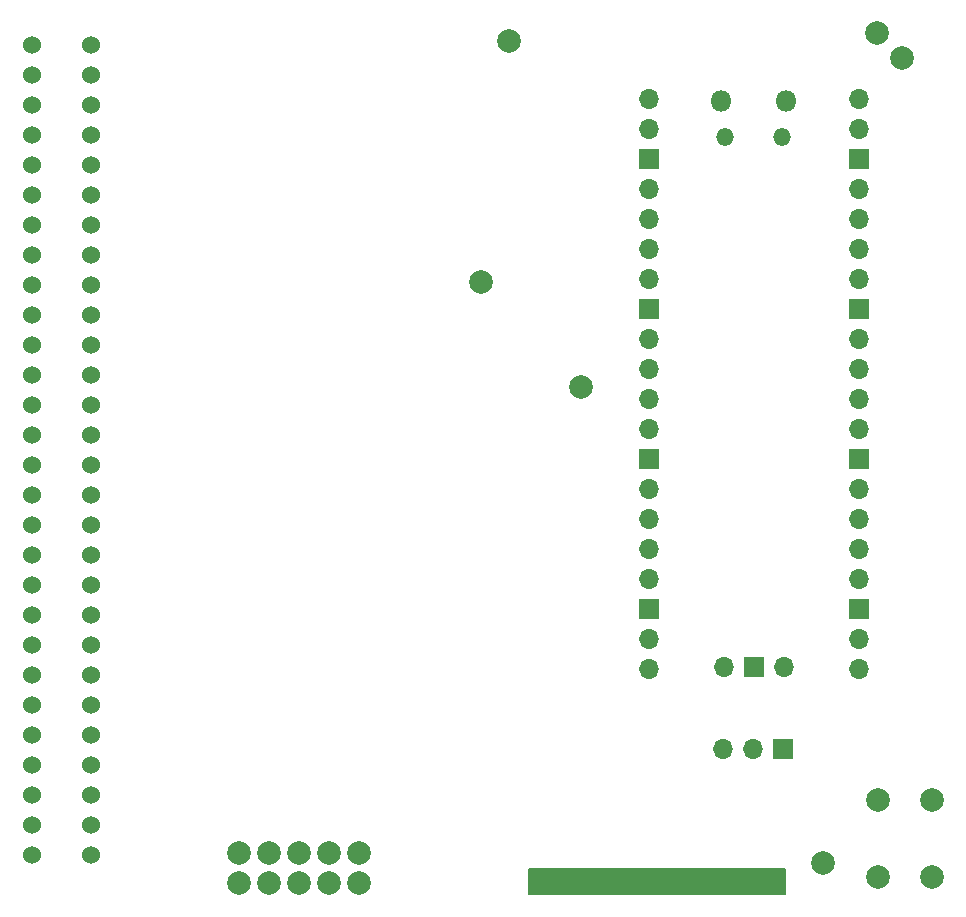
<source format=gbs>
G04 #@! TF.GenerationSoftware,KiCad,Pcbnew,6.0.10-86aedd382b~118~ubuntu20.04.1*
G04 #@! TF.CreationDate,2023-01-30T13:16:45+00:00*
G04 #@! TF.ProjectId,srom,73726f6d-2e6b-4696-9361-645f70636258,rev?*
G04 #@! TF.SameCoordinates,Original*
G04 #@! TF.FileFunction,Soldermask,Bot*
G04 #@! TF.FilePolarity,Negative*
%FSLAX46Y46*%
G04 Gerber Fmt 4.6, Leading zero omitted, Abs format (unit mm)*
G04 Created by KiCad (PCBNEW 6.0.10-86aedd382b~118~ubuntu20.04.1) date 2023-01-30 13:16:45*
%MOMM*%
%LPD*%
G01*
G04 APERTURE LIST*
%ADD10C,0.150000*%
%ADD11C,2.000000*%
%ADD12R,1.700000X1.700000*%
%ADD13O,1.700000X1.700000*%
%ADD14C,1.524000*%
%ADD15O,1.800000X1.800000*%
%ADD16O,1.500000X1.500000*%
G04 APERTURE END LIST*
D10*
X91900000Y-125490000D02*
X70190000Y-125490000D01*
X70190000Y-125490000D02*
X70190000Y-123340000D01*
X70190000Y-123340000D02*
X91900000Y-123340000D01*
X91900000Y-123340000D02*
X91900000Y-125490000D01*
G36*
X91900000Y-125490000D02*
G01*
X70190000Y-125490000D01*
X70190000Y-123340000D01*
X91900000Y-123340000D01*
X91900000Y-125490000D01*
G37*
D11*
X48200000Y-122000000D03*
X45660000Y-122000000D03*
X95140000Y-122840000D03*
X50740000Y-122000000D03*
X101770000Y-54650000D03*
X53280000Y-122000000D03*
X50740000Y-124540000D03*
X68540000Y-53260000D03*
X66140000Y-73680000D03*
X45660000Y-124540000D03*
X55820000Y-122000000D03*
X99730000Y-52600000D03*
X48200000Y-124540000D03*
D12*
X91730000Y-113165000D03*
D13*
X89190000Y-113165000D03*
X86650000Y-113165000D03*
D11*
X99810000Y-124020000D03*
X99810000Y-117520000D03*
X104310000Y-124020000D03*
X104310000Y-117520000D03*
X53280000Y-124540000D03*
X74630000Y-82520000D03*
X55820000Y-124540000D03*
D14*
X28150000Y-63740000D03*
X33150000Y-63740000D03*
X33150000Y-53580000D03*
X33150000Y-56120000D03*
X33150000Y-58660000D03*
X33150000Y-61200000D03*
X33150000Y-66280000D03*
X33150000Y-68820000D03*
X33150000Y-71360000D03*
X33150000Y-73900000D03*
X33150000Y-76440000D03*
X33150000Y-78980000D03*
X33150000Y-81520000D03*
X33150000Y-84060000D03*
X33150000Y-86600000D03*
X33150000Y-89140000D03*
X33150000Y-91680000D03*
X33150000Y-94220000D03*
X33150000Y-96760000D03*
X33150000Y-99300000D03*
X33150000Y-101840000D03*
X33150000Y-104380000D03*
X33150000Y-106920000D03*
X33150000Y-109460000D03*
X33150000Y-112000000D03*
X33150000Y-114540000D03*
X33150000Y-117080000D03*
X33150000Y-119620000D03*
X33150000Y-122160000D03*
X28150000Y-53580000D03*
X28150000Y-56120000D03*
X28150000Y-58660000D03*
X28150000Y-61200000D03*
X28150000Y-66280000D03*
X28150000Y-68820000D03*
X28150000Y-71360000D03*
X28150000Y-73900000D03*
X28150000Y-76440000D03*
X28150000Y-78980000D03*
X28150000Y-81520000D03*
X28150000Y-84060000D03*
X28150000Y-86600000D03*
X28150000Y-89140000D03*
X28150000Y-91680000D03*
X28150000Y-94220000D03*
X28150000Y-96760000D03*
X28150000Y-99300000D03*
X28150000Y-101840000D03*
X28150000Y-104380000D03*
X28150000Y-106920000D03*
X28150000Y-109460000D03*
X28150000Y-112000000D03*
X28150000Y-114540000D03*
X28150000Y-117080000D03*
X28150000Y-119620000D03*
X28150000Y-122160000D03*
D15*
X91965000Y-58320000D03*
X86515000Y-58320000D03*
D16*
X91665000Y-61350000D03*
X86815000Y-61350000D03*
D13*
X80350000Y-58190000D03*
X80350000Y-60730000D03*
D12*
X80350000Y-63270000D03*
D13*
X80350000Y-65810000D03*
X80350000Y-68350000D03*
X80350000Y-70890000D03*
X80350000Y-73430000D03*
D12*
X80350000Y-75970000D03*
D13*
X80350000Y-78510000D03*
X80350000Y-81050000D03*
X80350000Y-83590000D03*
X80350000Y-86130000D03*
D12*
X80350000Y-88670000D03*
D13*
X80350000Y-91210000D03*
X80350000Y-93750000D03*
X80350000Y-96290000D03*
X80350000Y-98830000D03*
D12*
X80350000Y-101370000D03*
D13*
X80350000Y-103910000D03*
X80350000Y-106450000D03*
X98130000Y-106450000D03*
X98130000Y-103910000D03*
D12*
X98130000Y-101370000D03*
D13*
X98130000Y-98830000D03*
X98130000Y-96290000D03*
X98130000Y-93750000D03*
X98130000Y-91210000D03*
D12*
X98130000Y-88670000D03*
D13*
X98130000Y-86130000D03*
X98130000Y-83590000D03*
X98130000Y-81050000D03*
X98130000Y-78510000D03*
D12*
X98130000Y-75970000D03*
D13*
X98130000Y-73430000D03*
X98130000Y-70890000D03*
X98130000Y-68350000D03*
X98130000Y-65810000D03*
D12*
X98130000Y-63270000D03*
D13*
X98130000Y-60730000D03*
X98130000Y-58190000D03*
X86700000Y-106220000D03*
D12*
X89240000Y-106220000D03*
D13*
X91780000Y-106220000D03*
M02*

</source>
